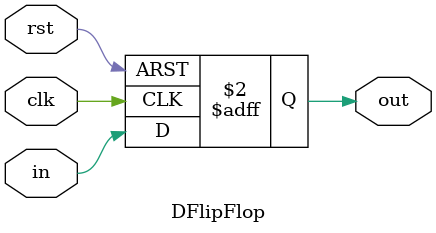
<source format=v>
`timescale 1ns / 1ps
`default_nettype none
/*
Assignment No - 7
Semester - Autumn 2018
Group - 3
Members:
  Suhas Jain - 19CS30048
  Monal Prasad - 19CS30030
*/
//////////////////////////////////////////////////////////////////////////////////

// A D flip Flop module to branch with respect to previous flag
module DFlipFlop( input wire clk, input wire rst, output reg out, input wire in);
	always @(posedge clk  or posedge rst)
	begin
		if(rst)
		 out <= 0; // reset condition
		else
			out <= in;
	end
endmodule

</source>
